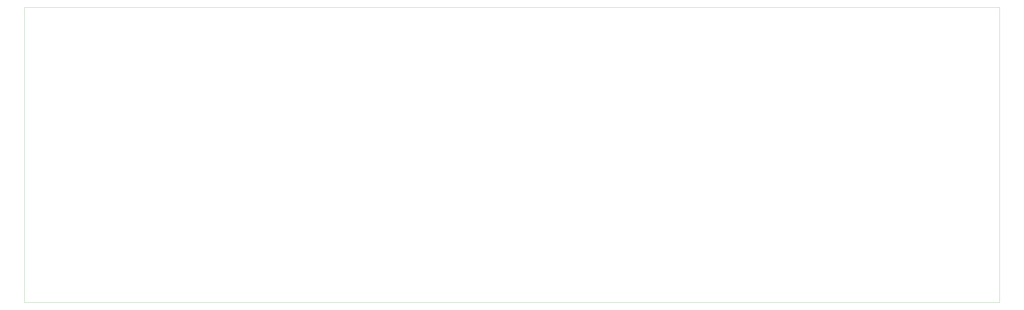
<source format=gbr>
G04 #@! TF.GenerationSoftware,KiCad,Pcbnew,(6.0.5)*
G04 #@! TF.CreationDate,2022-08-23T23:34:12+02:00*
G04 #@! TF.ProjectId,backplane,6261636b-706c-4616-9e65-2e6b69636164,rev?*
G04 #@! TF.SameCoordinates,Original*
G04 #@! TF.FileFunction,Profile,NP*
%FSLAX46Y46*%
G04 Gerber Fmt 4.6, Leading zero omitted, Abs format (unit mm)*
G04 Created by KiCad (PCBNEW (6.0.5)) date 2022-08-23 23:34:12*
%MOMM*%
%LPD*%
G01*
G04 APERTURE LIST*
G04 #@! TA.AperFunction,Profile*
%ADD10C,0.100000*%
G04 #@! TD*
G04 APERTURE END LIST*
D10*
X0Y0D02*
X425300000Y0D01*
X425300000Y0D02*
X425300000Y-128700000D01*
X425300000Y-128700000D02*
X0Y-128700000D01*
X0Y-128700000D02*
X0Y0D01*
M02*

</source>
